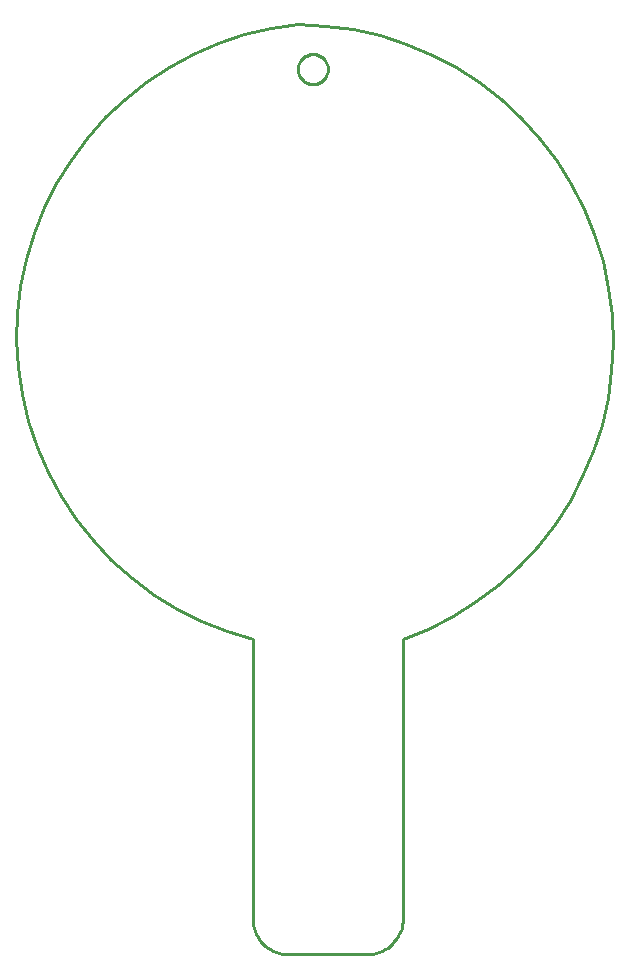
<source format=gko>
G04 EAGLE Gerber X2 export*
G75*
%MOMM*%
%FSLAX34Y34*%
%LPD*%
%AMOC8*
5,1,8,0,0,1.08239X$1,22.5*%
G01*
%ADD10C,0.254000*%


D10*
X203200Y29828D02*
X203314Y27229D01*
X203653Y24649D01*
X204216Y22108D01*
X204999Y19627D01*
X205995Y17222D01*
X207196Y14914D01*
X208594Y12720D01*
X210179Y10655D01*
X211937Y8737D01*
X213855Y6979D01*
X215920Y5394D01*
X218114Y3996D01*
X220422Y2795D01*
X222827Y1799D01*
X225308Y1016D01*
X227849Y453D01*
X230429Y114D01*
X233028Y0D01*
X299848Y0D01*
X302493Y116D01*
X305118Y461D01*
X307703Y1034D01*
X310229Y1830D01*
X312675Y2844D01*
X315024Y4066D01*
X317257Y5489D01*
X319358Y7101D01*
X321310Y8890D01*
X323099Y10842D01*
X324711Y12943D01*
X326134Y15176D01*
X327356Y17525D01*
X328370Y19971D01*
X329166Y22497D01*
X329739Y25082D01*
X330085Y27707D01*
X330200Y30352D01*
X330200Y266700D01*
X351864Y275536D01*
X372676Y286227D01*
X392476Y298690D01*
X411115Y312832D01*
X428451Y328545D01*
X444351Y345709D01*
X458694Y364193D01*
X471372Y383857D01*
X482288Y404551D01*
X491359Y426118D01*
X498516Y448393D01*
X503704Y471207D01*
X506883Y494387D01*
X508031Y517756D01*
X507137Y541135D01*
X504210Y564348D01*
X499270Y587217D01*
X492356Y609569D01*
X483520Y631233D01*
X472829Y652045D01*
X460365Y671845D01*
X446223Y690484D01*
X430511Y707820D01*
X413347Y723720D01*
X394863Y738063D01*
X375199Y750741D01*
X354505Y761657D01*
X332938Y770728D01*
X310662Y777885D01*
X287848Y783073D01*
X264669Y786252D01*
X241300Y787400D01*
X218418Y784056D01*
X195915Y778730D01*
X173962Y771463D01*
X152726Y762311D01*
X132368Y751342D01*
X113044Y738641D01*
X94900Y724304D01*
X78074Y708441D01*
X62696Y691171D01*
X48881Y672626D01*
X36735Y652949D01*
X26350Y632287D01*
X17805Y610799D01*
X11166Y588648D01*
X6482Y566002D01*
X3790Y543035D01*
X3110Y519920D01*
X4448Y496834D01*
X7792Y473953D01*
X13118Y451450D01*
X20384Y429496D01*
X29537Y408260D01*
X40505Y387902D01*
X53206Y368578D01*
X67543Y350434D01*
X83407Y333609D01*
X100677Y318230D01*
X119221Y304415D01*
X138899Y292269D01*
X159561Y281884D01*
X181049Y273339D01*
X203200Y266700D01*
X203200Y29828D01*
X266700Y748801D02*
X266622Y747806D01*
X266466Y746820D01*
X266233Y745850D01*
X265924Y744901D01*
X265542Y743979D01*
X265089Y743090D01*
X264568Y742239D01*
X263981Y741431D01*
X263333Y740673D01*
X262627Y739967D01*
X261869Y739319D01*
X261061Y738732D01*
X260210Y738211D01*
X259321Y737758D01*
X258399Y737376D01*
X257450Y737067D01*
X256480Y736834D01*
X255494Y736678D01*
X254499Y736600D01*
X253501Y736600D01*
X252506Y736678D01*
X251520Y736834D01*
X250550Y737067D01*
X249601Y737376D01*
X248679Y737758D01*
X247790Y738211D01*
X246939Y738732D01*
X246131Y739319D01*
X245373Y739967D01*
X244667Y740673D01*
X244019Y741431D01*
X243432Y742239D01*
X242911Y743090D01*
X242458Y743979D01*
X242076Y744901D01*
X241767Y745850D01*
X241534Y746820D01*
X241378Y747806D01*
X241300Y748801D01*
X241300Y749799D01*
X241378Y750794D01*
X241534Y751780D01*
X241767Y752750D01*
X242076Y753699D01*
X242458Y754621D01*
X242911Y755510D01*
X243432Y756361D01*
X244019Y757169D01*
X244667Y757927D01*
X245373Y758633D01*
X246131Y759281D01*
X246939Y759868D01*
X247790Y760389D01*
X248679Y760842D01*
X249601Y761224D01*
X250550Y761533D01*
X251520Y761766D01*
X252506Y761922D01*
X253501Y762000D01*
X254499Y762000D01*
X255494Y761922D01*
X256480Y761766D01*
X257450Y761533D01*
X258399Y761224D01*
X259321Y760842D01*
X260210Y760389D01*
X261061Y759868D01*
X261869Y759281D01*
X262627Y758633D01*
X263333Y757927D01*
X263981Y757169D01*
X264568Y756361D01*
X265089Y755510D01*
X265542Y754621D01*
X265924Y753699D01*
X266233Y752750D01*
X266466Y751780D01*
X266622Y750794D01*
X266700Y749799D01*
X266700Y748801D01*
X266700Y748801D02*
X266622Y747806D01*
X266466Y746820D01*
X266233Y745850D01*
X265924Y744901D01*
X265542Y743979D01*
X265089Y743090D01*
X264568Y742239D01*
X263981Y741431D01*
X263333Y740673D01*
X262627Y739967D01*
X261869Y739319D01*
X261061Y738732D01*
X260210Y738211D01*
X259321Y737758D01*
X258399Y737376D01*
X257450Y737067D01*
X256480Y736834D01*
X255494Y736678D01*
X254499Y736600D01*
X253501Y736600D01*
X252506Y736678D01*
X251520Y736834D01*
X250550Y737067D01*
X249601Y737376D01*
X248679Y737758D01*
X247790Y738211D01*
X246939Y738732D01*
X246131Y739319D01*
X245373Y739967D01*
X244667Y740673D01*
X244019Y741431D01*
X243432Y742239D01*
X242911Y743090D01*
X242458Y743979D01*
X242076Y744901D01*
X241767Y745850D01*
X241534Y746820D01*
X241378Y747806D01*
X241300Y748801D01*
X241300Y749799D01*
X241378Y750794D01*
X241534Y751780D01*
X241767Y752750D01*
X242076Y753699D01*
X242458Y754621D01*
X242911Y755510D01*
X243432Y756361D01*
X244019Y757169D01*
X244667Y757927D01*
X245373Y758633D01*
X246131Y759281D01*
X246939Y759868D01*
X247790Y760389D01*
X248679Y760842D01*
X249601Y761224D01*
X250550Y761533D01*
X251520Y761766D01*
X252506Y761922D01*
X253501Y762000D01*
X254499Y762000D01*
X255494Y761922D01*
X256480Y761766D01*
X257450Y761533D01*
X258399Y761224D01*
X259321Y760842D01*
X260210Y760389D01*
X261061Y759868D01*
X261869Y759281D01*
X262627Y758633D01*
X263333Y757927D01*
X263981Y757169D01*
X264568Y756361D01*
X265089Y755510D01*
X265542Y754621D01*
X265924Y753699D01*
X266233Y752750D01*
X266466Y751780D01*
X266622Y750794D01*
X266700Y749799D01*
X266700Y748801D01*
M02*

</source>
